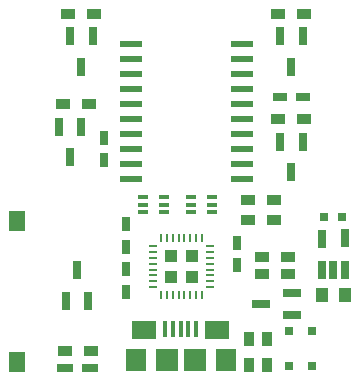
<source format=gbp>
G04 #@! TF.FileFunction,Paste,Bot*
%FSLAX46Y46*%
G04 Gerber Fmt 4.6, Leading zero omitted, Abs format (unit mm)*
G04 Created by KiCad (PCBNEW 4.0.2+dfsg1-stable) date Fri 12 May 2017 22:14:46 AEST*
%MOMM*%
G01*
G04 APERTURE LIST*
%ADD10C,0.100000*%
%ADD11R,0.800000X1.500000*%
%ADD12R,1.200000X0.900000*%
%ADD13R,1.200000X0.750000*%
%ADD14R,0.750000X1.200000*%
%ADD15R,1.000000X1.250000*%
%ADD16R,0.800000X0.750000*%
%ADD17R,0.900000X1.200000*%
%ADD18R,1.500000X0.800000*%
%ADD19R,0.700000X0.650000*%
%ADD20R,1.400000X1.800000*%
%ADD21R,1.950000X0.600000*%
%ADD22R,0.650000X1.560000*%
%ADD23R,0.250000X0.700000*%
%ADD24R,0.700000X0.250000*%
%ADD25R,1.035000X1.035000*%
%ADD26R,0.900000X0.300000*%
%ADD27R,1.397000X0.797560*%
%ADD28R,1.900000X1.900000*%
%ADD29R,1.800000X1.900000*%
%ADD30R,0.400000X1.350000*%
%ADD31R,2.100000X1.600000*%
G04 APERTURE END LIST*
D10*
D11*
X196149000Y-120553000D03*
X194249000Y-120553000D03*
X195199000Y-117953000D03*
D12*
X196680000Y-96266000D03*
X194480000Y-96266000D03*
X196215000Y-103886000D03*
X194015000Y-103886000D03*
X214460000Y-105156000D03*
X212260000Y-105156000D03*
X214460000Y-96266000D03*
X212260000Y-96266000D03*
D13*
X214310000Y-103251000D03*
X212410000Y-103251000D03*
D14*
X197485000Y-108646000D03*
X197485000Y-106746000D03*
X208788000Y-115636000D03*
X208788000Y-117536000D03*
X199390000Y-114051000D03*
X199390000Y-115951000D03*
D15*
X217940231Y-120015000D03*
X215940231Y-120015000D03*
D14*
X199390000Y-119756000D03*
X199390000Y-117856000D03*
D16*
X217666000Y-113411000D03*
X216166000Y-113411000D03*
D12*
X209720000Y-113665000D03*
X211920000Y-113665000D03*
X209720000Y-112014000D03*
X211920000Y-112014000D03*
X213063000Y-118237000D03*
X210863000Y-118237000D03*
X210863000Y-116840000D03*
X213063000Y-116840000D03*
D17*
X209804000Y-123741000D03*
X209804000Y-125941000D03*
X211328000Y-123741000D03*
X211328000Y-125941000D03*
D12*
X196390000Y-124770000D03*
X194190000Y-124770000D03*
D11*
X194630000Y-98141000D03*
X196530000Y-98141000D03*
X195580000Y-100741000D03*
X193680000Y-105791000D03*
X195580000Y-105791000D03*
X194630000Y-108391000D03*
X212410000Y-98141000D03*
X214310000Y-98141000D03*
X213360000Y-100741000D03*
X212410000Y-107061000D03*
X214310000Y-107061000D03*
X213360000Y-109661000D03*
D18*
X213390000Y-119827000D03*
X213390000Y-121727000D03*
X210790000Y-120777000D03*
D19*
X213172000Y-123112000D03*
X215072000Y-123112000D03*
X215072000Y-126062000D03*
X213172000Y-126062000D03*
D20*
X190119000Y-125730000D03*
X190119000Y-113730000D03*
D21*
X199770000Y-110236000D03*
X199770000Y-108966000D03*
X199770000Y-107696000D03*
X199770000Y-106426000D03*
X199770000Y-105156000D03*
X199770000Y-103886000D03*
X199770000Y-102616000D03*
X199770000Y-101346000D03*
X199770000Y-100076000D03*
X199770000Y-98806000D03*
X209170000Y-98806000D03*
X209170000Y-100076000D03*
X209170000Y-101346000D03*
X209170000Y-102616000D03*
X209170000Y-103886000D03*
X209170000Y-105156000D03*
X209170000Y-106426000D03*
X209170000Y-107696000D03*
X209170000Y-108966000D03*
X209170000Y-110236000D03*
D22*
X217866000Y-117886511D03*
X216916000Y-117886511D03*
X215966000Y-117886511D03*
X215966000Y-115286511D03*
X217866000Y-115186511D03*
D23*
X202312500Y-115228500D03*
X202812500Y-115228500D03*
X203312500Y-115228500D03*
X203812500Y-115228500D03*
X204312500Y-115228500D03*
X204812500Y-115228500D03*
X205312500Y-115228500D03*
X205812500Y-115228500D03*
D24*
X206462500Y-115878500D03*
X206462500Y-116378500D03*
X206462500Y-116878500D03*
X206462500Y-117378500D03*
X206462500Y-117878500D03*
X206462500Y-118378500D03*
X206462500Y-118878500D03*
X206462500Y-119378500D03*
D23*
X205812500Y-120028500D03*
X205312500Y-120028500D03*
X204812500Y-120028500D03*
X204312500Y-120028500D03*
X203812500Y-120028500D03*
X203312500Y-120028500D03*
X202812500Y-120028500D03*
X202312500Y-120028500D03*
D24*
X201662500Y-119378500D03*
X201662500Y-118878500D03*
X201662500Y-118378500D03*
X201662500Y-117878500D03*
X201662500Y-117378500D03*
X201662500Y-116878500D03*
X201662500Y-116378500D03*
X201662500Y-115878500D03*
D25*
X204925000Y-118491000D03*
X203200000Y-118491000D03*
X204925000Y-116766000D03*
X203200000Y-116766000D03*
D26*
X202576000Y-112395000D03*
X200776000Y-112395000D03*
X200776000Y-111745000D03*
X202576000Y-111745000D03*
X200776000Y-113045000D03*
X202576000Y-113045000D03*
X206640000Y-112395000D03*
X204840000Y-112395000D03*
X204840000Y-111745000D03*
X206640000Y-111745000D03*
X204840000Y-113045000D03*
X206640000Y-113045000D03*
D27*
X194190980Y-126190000D03*
X196289020Y-126190000D03*
D28*
X205200100Y-125564900D03*
X202800100Y-125564900D03*
D29*
X207800100Y-125564900D03*
X200200100Y-125564900D03*
D30*
X202700100Y-122889900D03*
X205300100Y-122889900D03*
X203350100Y-122889900D03*
X204650100Y-122889900D03*
X204000100Y-122889900D03*
D31*
X200900100Y-123014900D03*
X207100100Y-123014900D03*
M02*

</source>
